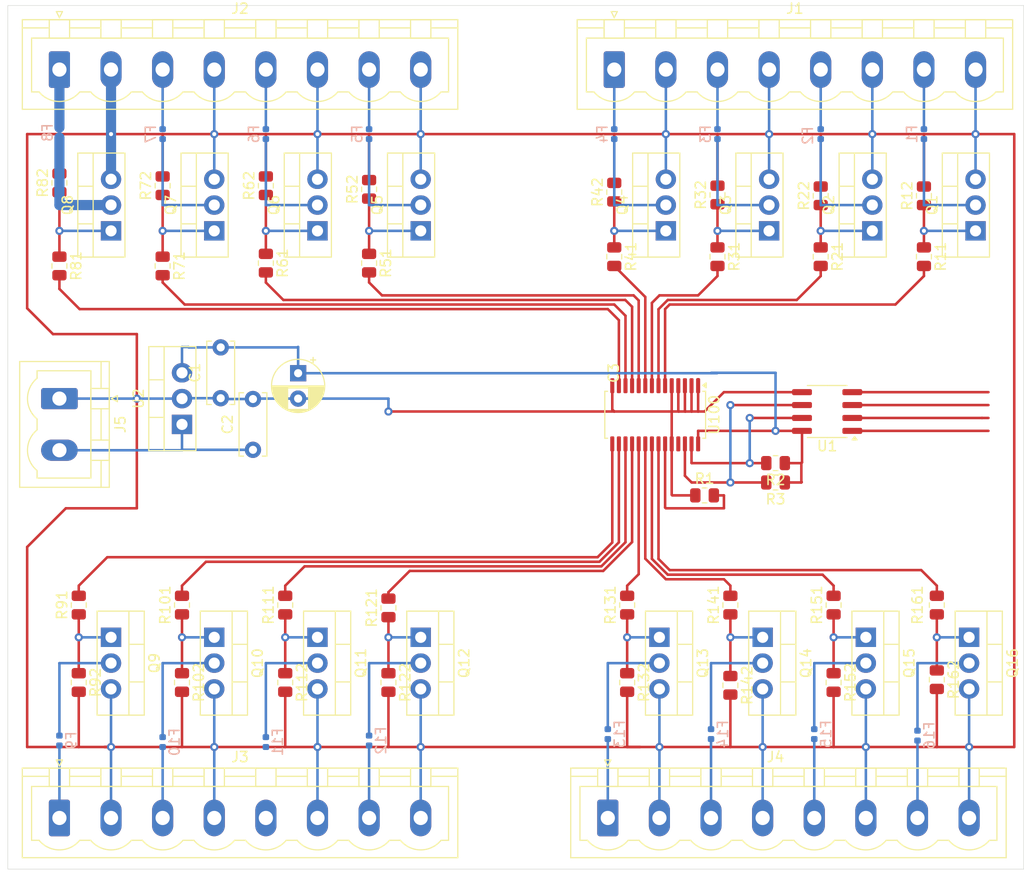
<source format=kicad_pcb>
(kicad_pcb (version 20240108) (generator "pcbnew") (generator_version "8.0")
  (layers (0 "F.Cu" signal) (31 "B.Cu" signal) (34 "B.Paste" user) (35 "F.Paste" user) (36 "B.SilkS" user "B.Silkscreen") (37 "F.SilkS" user "F.Silkscreen") (38 "B.Mask" user) (39 "F.Mask" user) (44 "Edge.Cuts" user))
  (net 0 "")
  (net 1 "GND_LED")
  (net 2 "Net-(J1-Pin_5)")
  (net 3 "Net-(J1-Pin_7)")
  (net 4 "Net-(J1-Pin_1)")
  (net 5 "Net-(J1-Pin_3)")
  (net 6 "Net-(J2-Pin_5)")
  (net 7 "Net-(J2-Pin_7)")
  (net 8 "Net-(J3-Pin_5)")
  (net 9 "Net-(J3-Pin_7)")
  (net 10 "Net-(J3-Pin_3)")
  (net 11 "Net-(J3-Pin_1)")
  (net 12 "Net-(J4-Pin_5)")
  (net 13 "Net-(J4-Pin_3)")
  (net 14 "Net-(J4-Pin_7)")
  (net 15 "Net-(J4-Pin_1)")
  (net 16 "Net-(Q1-D)")
  (net 17 "SDA_µC")
  (net 18 "SCL_µC")
  (net 19 "Net-(Q1-G)")
  (net 20 "GND_µC")
  (net 21 "Net-(Q2-D)")
  (net 22 "Net-(Q2-G)")
  (net 23 "Net-(Q3-D)")
  (net 24 "Net-(Q3-G)")
  (net 25 "Net-(Q4-D)")
  (net 26 "Net-(Q4-G)")
  (net 27 "Net-(Q5-G)")
  (net 28 "Net-(Q5-D)")
  (net 29 "Net-(Q6-D)")
  (net 30 "Net-(Q6-G)")
  (net 31 "Net-(Q7-G)")
  (net 32 "Net-(Q8-G)")
  (net 33 "Net-(Q9-G)")
  (net 34 "Net-(Q10-G)")
  (net 35 "Net-(U100-~{OE})")
  (net 36 "Net-(Q11-G)")
  (net 37 "Net-(Q12-G)")
  (net 38 "Net-(Q13-D)")
  (net 39 "Net-(Q13-G)")
  (net 40 "Net-(Q14-G)")
  (net 41 "Net-(Q14-D)")
  (net 42 "Net-(Q15-D)")
  (net 43 "Net-(Q15-G)")
  (net 44 "Net-(Q16-D)")
  (net 45 "Net-(Q16-G)")
  (net 46 "Net-(U100-LED0)")
  (net 47 "Net-(U100-LED1)")
  (net 48 "Net-(U100-LED2)")
  (net 49 "Net-(U100-LED3)")
  (net 50 "Net-(U100-LED4)")
  (net 51 "Net-(U100-LED5)")
  (net 52 "Net-(U100-LED6)")
  (net 53 "Net-(U100-LED7)")
  (net 54 "Net-(U100-LED8)")
  (net 55 "Net-(U100-LED9)")
  (net 56 "Net-(U100-LED10)")
  (net 57 "Net-(U100-LED11)")
  (net 58 "Net-(U100-LED12)")
  (net 59 "Net-(U100-LED13)")
  (net 60 "Net-(U100-LED14)")
  (net 61 "Net-(U100-LED15)")
  (net 63 "Net-(U1-SDA2)")
  (net 64 "Net-(Q9-D)")
  (net 65 "Net-(Q10-D)")
  (net 66 "Net-(Q11-D)")
  (net 67 "Net-(Q12-D)")
  (net 68 "Net-(U1-VDD2)")
  (net 69 "Net-(U1-SCL2)")
  (net 70 "V+_µC")
  (net 71 "Net-(J5-Pin_2)")
  (footprint "Resistor_SMD:R_0805_2012Metric" (layer "F.Cu") (at 102.87 84.0975 -90)
    (property "Reference" "R81")
    (property "Value" "R")
  )
  (footprint "Resistor_SMD:R_0805_2012Metric" (layer "F.Cu") (at 168.91 117.475 90)
    (property "Reference" "R141")
    (property "Value" "R")
  )
  (footprint "Resistor_SMD:R_0805_2012Metric" (layer "F.Cu") (at 113.03 84.0975 -90)
    (property "Reference" "R71")
    (property "Value" "R")
  )
  (footprint "Resistor_SMD:R_0805_2012Metric" (layer "F.Cu") (at 187.96 77.1925 90)
    (property "Reference" "R12")
    (property "Value" "R")
  )
  (footprint "Resistor_SMD:R_0805_2012Metric" (layer "F.Cu") (at 167.64 83.185 -90)
    (property "Reference" "R31")
    (property "Value" "R")
  )
  (footprint "Capacitor_THT:CP_Radial_D5.0mm_P2.50mm" (layer "F.Cu") (at 126.365 94.655 -90)
    (property "Reference" "C3")
    (property "Value" "100µF")
  )
  (footprint "Connector_Phoenix_MSTB:PhoenixContact_MSTBVA_2,5_8-G-5,08_1x08_P5.08mm_Vertical" (layer "F.Cu") (at 156.845 138.43)
    (property "Reference" "J4")
    (property "Value" "Conn_01x08")
  )
  (footprint "Resistor_SMD:R_0805_2012Metric" (layer "F.Cu") (at 168.91 125.3725 -90)
    (property "Reference" "R142")
    (property "Value" "R")
  )
  (footprint "Connector_Phoenix_MSTB:PhoenixContact_MSTBVA_2,5_2-G-5,08_1x02_P5.08mm_Vertical" (layer "F.Cu") (at 102.87 97.155 -90)
    (property "Reference" "J5")
    (property "Value" "Conn_01x02")
  )
  (footprint "Resistor_SMD:R_0805_2012Metric" (layer "F.Cu") (at 114.935 117.475 90)
    (property "Reference" "R101")
    (property "Value" "R")
  )
  (footprint "Connector_Phoenix_MSTB:PhoenixContact_MSTBVA_2,5_8-G-5,08_1x08_P5.08mm_Vertical" (layer "F.Cu") (at 157.48 64.77)
    (property "Reference" "J1")
    (property "Value" "Conn_01x08")
  )
  (footprint "Package_TO_SOT_THT:TO-220-3_Vertical" (layer "F.Cu") (at 192.405 120.65 -90)
    (property "Reference" "Q16")
    (property "Value" "IRF3205")
  )
  (footprint "Connector_Phoenix_MSTB:PhoenixContact_MSTBVA_2,5_8-G-5,08_1x08_P5.08mm_Vertical" (layer "F.Cu") (at 102.87 138.43)
    (property "Reference" "J3")
    (property "Value" "Conn_01x08")
  )
  (footprint "Resistor_SMD:R_0805_2012Metric" (layer "F.Cu") (at 125.095 117.475 90)
    (property "Reference" "R111")
    (property "Value" "R")
  )
  (footprint "Resistor_SMD:R_0805_2012Metric" (layer "F.Cu") (at 189.23 117.475 90)
    (property "Reference" "R161")
    (property "Value" "R")
  )
  (footprint "Resistor_SMD:R_0805_2012Metric" (layer "F.Cu") (at 157.48 76.835 90)
    (property "Reference" "R42")
    (property "Value" "R")
  )
  (footprint "Resistor_SMD:R_0805_2012Metric" (layer "F.Cu") (at 133.35 76.5575 90)
    (property "Reference" "R52")
    (property "Value" "R")
  )
  (footprint "Package_TO_SOT_THT:TO-220-3_Vertical" (layer "F.Cu") (at 128.27 120.65 -90)
    (property "Reference" "Q11")
    (property "Value" "IRF3205")
  )
  (footprint "Package_TO_SOT_THT:TO-220-3_Vertical" (layer "F.Cu") (at 118.11 80.645 90)
    (property "Reference" "Q7")
    (property "Value" "IRF3205")
  )
  (footprint "Resistor_SMD:R_0805_2012Metric" (layer "F.Cu") (at 179.07 117.475 90)
    (property "Reference" "R151")
    (property "Value" "R")
  )
  (footprint "Resistor_SMD:R_0805_2012Metric" (layer "F.Cu") (at 189.23 124.8175 -90)
    (property "Reference" "R162")
    (property "Value" "R")
  )
  (footprint "Resistor_SMD:R_0805_2012Metric" (layer "F.Cu") (at 135.255 125.095 -90)
    (property "Reference" "R122")
    (property "Value" "R")
  )
  (footprint "Resistor_SMD:R_0805_2012Metric" (layer "F.Cu") (at 125.095 125.095 -90)
    (property "Reference" "R112")
    (property "Value" "R")
  )
  (footprint "Resistor_SMD:R_0805_2012Metric" (layer "F.Cu") (at 157.48 83.185 -90)
    (property "Reference" "R41")
    (property "Value" "R")
  )
  (footprint "Package_TO_SOT_THT:TO-220-3_Vertical" (layer "F.Cu") (at 128.27 80.645 90)
    (property "Reference" "Q6")
    (property "Value" "IRF3205")
  )
  (footprint "Resistor_SMD:R_0805_2012Metric" (layer "F.Cu") (at 158.75 125.095 -90)
    (property "Reference" "R132")
    (property "Value" "R")
  )
  (footprint "Package_TO_SOT_THT:TO-220-3_Vertical" (layer "F.Cu") (at 138.43 80.645 90)
    (property "Reference" "Q5")
    (property "Value" "IRF3205")
  )
  (footprint "Resistor_SMD:R_0805_2012Metric" (layer "F.Cu") (at 113.03 76.2 90)
    (property "Reference" "R72")
    (property "Value" "R")
  )
  (footprint "Resistor_SMD:R_0805_2012Metric" (layer "F.Cu") (at 173.355 105.41 180)
    (property "Reference" "R3")
    (property "Value" "10k")
  )
  (footprint "Resistor_SMD:R_0805_2012Metric" (layer "F.Cu") (at 179.07 125.095 -90)
    (property "Reference" "R152")
    (property "Value" "R")
  )
  (footprint "Resistor_SMD:R_0805_2012Metric" (layer "F.Cu") (at 123.19 76.2 90)
    (property "Reference" "R62")
    (property "Value" "R")
  )
  (footprint "Connector_Phoenix_MSTB:PhoenixContact_MSTBVA_2,5_8-G-5,08_1x08_P5.08mm_Vertical" (layer "F.Cu") (at 102.87 64.77)
    (property "Reference" "J2")
    (property "Value" "Conn_01x08")
  )
  (footprint "Resistor_SMD:R_0805_2012Metric" (layer "F.Cu") (at 187.96 83.185 -90)
    (property "Reference" "R11")
    (property "Value" "R")
  )
  (footprint "Package_TO_SOT_THT:TO-220-3_Vertical" (layer "F.Cu") (at 193.04 80.645 90)
    (property "Reference" "Q1")
    (property "Value" "IRF3205")
  )
  (footprint "Package_TO_SOT_THT:TO-220-3_Vertical" (layer "F.Cu") (at 107.95 80.645 90)
    (property "Reference" "Q8")
    (property "Value" "IRF3205")
  )
  (footprint "Resistor_SMD:R_0805_2012Metric" (layer "F.Cu") (at 114.935 125.095 -90)
    (property "Reference" "R102")
    (property "Value" "R")
  )
  (footprint "Resistor_SMD:R_0805_2012Metric" (layer "F.Cu") (at 135.255 117.7525 90)
    (property "Reference" "R121")
    (property "Value" "R")
  )
  (footprint "Package_SO:TSSOP-28_4.4x9.7mm_P0.65mm" (layer "F.Cu") (at 161.51 98.7475 -90)
    (property "Reference" "U100")
    (property "Value" "PCA9685PW")
  )
  (footprint "Resistor_SMD:R_0805_2012Metric" (layer "F.Cu") (at 133.35 83.82 -90)
    (property "Reference" "R51")
    (property "Value" "R")
  )
  (footprint "Resistor_SMD:R_0805_2012Metric" (layer "F.Cu") (at 104.775 125.095 -90)
    (property "Reference" "R92")
    (property "Value" "R")
  )
  (footprint "Package_TO_SOT_THT:TO-220-3_Vertical" (layer "F.Cu") (at 162.56 80.645 90)
    (property "Reference" "Q4")
    (property "Value" "IRF3205")
  )
  (footprint "Resistor_SMD:R_0805_2012Metric" (layer "F.Cu") (at 177.8 83.185 -90)
    (property "Reference" "R21")
    (property "Value" "R")
  )
  (footprint "Resistor_SMD:R_0805_2012Metric" (layer "F.Cu") (at 166.37 106.68)
    (property "Reference" "R1")
    (property "Value" "R")
  )
  (footprint "Package_TO_SOT_THT:TO-220-3_Vertical" (layer "F.Cu") (at 118.11 120.65 -90)
    (property "Reference" "Q10")
    (property "Value" "IRF3205")
  )
  (footprint "Package_TO_SOT_THT:TO-220-3_Vertical" (layer "F.Cu") (at 172.085 120.65 -90)
    (property "Reference" "Q14")
    (property "Value" "IRF3205")
  )
  (footprint "Resistor_SMD:R_0805_2012Metric" (layer "F.Cu") (at 167.64 77.1125 90)
    (property "Reference" "R32")
    (property "Value" "R")
  )
  (footprint "Package_TO_SOT_THT:TO-220-3_Vertical" (layer "F.Cu") (at 107.95 120.65 -90)
    (property "Reference" "Q9")
    (property "Value" "IRF3205")
  )
  (footprint "Package_TO_SOT_THT:TO-220-3_Vertical" (layer "F.Cu") (at 138.43 120.65 -90)
    (property "Reference" "Q12")
    (property "Value" "IRF3205")
  )
  (footprint "Resistor_SMD:R_0805_2012Metric" (layer "F.Cu") (at 173.355 103.505 180)
    (property "Reference" "R2")
    (property "Value" "10k")
  )
  (footprint "Package_TO_SOT_THT:TO-220-3_Vertical" (layer "F.Cu") (at 182.88 80.645 90)
    (property "Reference" "Q2")
    (property "Value" "IRF3205")
  )
  (footprint "Capacitor_THT:C_Disc_D6.0mm_W2.5mm_P5.00mm" (layer "F.Cu") (at 121.92 102.195 90)
    (property "Reference" "C2")
    (property "Value" "0.33µF")
  )
  (footprint "Resistor_SMD:R_0805_2012Metric" (layer "F.Cu") (at 158.75 117.475 90)
    (property "Reference" "R131")
    (property "Value" "R")
  )
  (footprint "Package_TO_SOT_THT:TO-220-3_Vertical" (layer "F.Cu") (at 182.245 120.65 -90)
    (property "Reference" "Q15")
    (property "Value" "IRF3205")
  )
  (footprint "Package_TO_SOT_THT:TO-220-3_Vertical" (layer "F.Cu") (at 114.935 99.695 90)
    (property "Reference" "U2")
    (property "Value" "L7806")
  )
  (footprint "Package_TO_SOT_THT:TO-220-3_Vertical" (layer "F.Cu") (at 172.72 80.645 90)
    (property "Reference" "Q3")
    (property "Value" "IRF3205")
  )
  (footprint "Package_TO_SOT_THT:TO-220-3_Vertical" (layer "F.Cu") (at 161.925 120.65 -90)
    (property "Reference" "Q13")
    (property "Value" "IRF3205")
  )
  (footprint "Package_SO:SOIC-8_3.9x4.9mm_P1.27mm" (layer "F.Cu") (at 178.435 98.425 180)
    (property "Reference" "U1")
    (property "Value" "ADuM1250" (hide yes))
  )
  (footprint "Resistor_SMD:R_0805_2012Metric" (layer "F.Cu") (at 102.87 75.9225 90)
    (property "Reference" "R82")
    (property "Value" "R")
  )
  (footprint "Capacitor_THT:C_Disc_D6.0mm_W2.5mm_P5.00mm" (layer "F.Cu") (at 118.745 97.115 90)
    (property "Reference" "C1")
    (property "Value" "0.1µF")
  )
  (footprint "Resistor_SMD:R_0805_2012Metric" (layer "F.Cu") (at 104.775 117.475 90)
    (property "Reference" "R91")
    (property "Value" "R")
  )
  (footprint "Resistor_SMD:R_0805_2012Metric" (layer "F.Cu") (at 123.19 83.82 -90)
    (property "Reference" "R61")
    (property "Value" "R")
  )
  (footprint "Resistor_SMD:R_0805_2012Metric" (layer "F.Cu") (at 177.8 77.1925 90)
    (property "Reference" "R22")
    (property "Value" "R")
  )
  (footprint "Fuse:Fuse_0402_1005Metric" (layer "B.Cu") (at 123.19 130.96 90)
    (property "Reference" "F11")
    (property "Value" "Fuse")
  )
  (footprint "Fuse:Fuse_0402_1005Metric" (layer "B.Cu") (at 177.165 130.175 90)
    (property "Reference" "F15")
    (property "Value" "Fuse")
  )
  (footprint "Fuse:Fuse_0402_1005Metric" (layer "B.Cu") (at 187.96 71.12 -90)
    (property "Reference" "F1")
    (property "Value" "Fuse")
  )
  (footprint "Fuse:Fuse_0402_1005Metric" (layer "B.Cu") (at 167.005 130.175 90)
    (property "Reference" "F14")
    (property "Value" "Fuse")
  )
  (footprint "Fuse:Fuse_0402_1005Metric" (layer "B.Cu") (at 102.87 130.81 90)
    (property "Reference" "F9")
    (property "Value" "Fuse")
  )
  (footprint "Fuse:Fuse_0402_1005Metric" (layer "B.Cu") (at 102.87 70.97 -90)
    (property "Reference" "F8")
    (property "Value" "Fuse")
  )
  (footprint "Fuse:Fuse_0402_1005Metric" (layer "B.Cu") (at 167.64 71.12 -90)
    (property "Reference" "F3")
    (property "Value" "Fuse")
  )
  (footprint "Fuse:Fuse_0402_1005Metric" (layer "B.Cu") (at 113.03 130.96 90)
    (property "Reference" "F10")
    (property "Value" "Fuse")
  )
  (footprint "Fuse:Fuse_0402_1005Metric" (layer "B.Cu") (at 157.48 71.12 -90)
    (property "Reference" "F4")
    (property "Value" "Fuse")
  )
  (footprint "Fuse:Fuse_0402_1005Metric" (layer "B.Cu") (at 177.8 71.12 -90)
    (property "Reference" "F2")
    (property "Value" "Fuse")
  )
  (footprint "Fuse:Fuse_0402_1005Metric" (layer "B.Cu") (at 156.845 130.175 90)
    (property "Reference" "F13")
    (property "Value" "Fuse")
  )
  (footprint "Fuse:Fuse_0402_1005Metric" (layer "B.Cu") (at 187.325 130.325 90)
    (property "Reference" "F16")
    (property "Value" "Fuse")
  )
  (footprint "Fuse:Fuse_0402_1005Metric" (layer "B.Cu") (at 113.03 71.12 -90)
    (property "Reference" "F7")
    (property "Value" "Fuse")
  )
  (footprint "Fuse:Fuse_0402_1005Metric" (layer "B.Cu") (at 133.35 71.12 -90)
    (property "Reference" "F5")
    (property "Value" "Fuse")
  )
  (footprint "Fuse:Fuse_0402_1005Metric" (layer "B.Cu") (at 133.35 130.81 90)
    (property "Reference" "F12")
    (property "Value" "Fuse")
  )
  (footprint "Fuse:Fuse_0402_1005Metric" (layer "B.Cu") (at 123.19 71.12 -90)
    (property "Reference" "F6")
    (property "Value" "Fuse")
  )
  (gr_rect (start 97.79 58.465) (end 197.79 143.465) (stroke (width 0.05)) (fill none) (layer "Edge.Cuts"))
  (segment (start 102.87 71.12) (end 99.695 71.12) (width 0.25) (layer "F.Cu") (net 1))
  (segment (start 99.695 131.445) (end 104.775 131.445) (width 0.25) (layer "F.Cu") (net 1))
  (segment (start 99.695 71.12) (end 99.695 88.265) (width 0.25) (layer "F.Cu") (net 1))
  (segment (start 99.695 131.445) (end 99.695 111.76) (width 0.25) (layer "F.Cu") (net 1))
  (segment (start 157.48 98.425) (end 163.195 98.425) (width 0.25) (layer "F.Cu") (net 1))
  (segment (start 107.315 131.445) (end 114.935 131.445) (width 0.25) (layer "F.Cu") (net 1))
  (segment (start 163.135 98.365) (end 163.195 98.425) (width 0.25) (layer "F.Cu") (net 1))
  (segment (start 114.935 131.445) (end 125.095 131.445) (width 0.25) (layer "F.Cu") (net 1))
  (segment (start 157.48 75.9225) (end 157.48 71.12) (width 0.25) (layer "F.Cu") (net 1))
  (segment (start 196.85 131.445) (end 192.405 131.445) (width 0.25) (layer "F.Cu") (net 1))
  (segment (start 187.96 76.28) (end 187.96 71.12) (width 0.25) (layer "F.Cu") (net 1))
  (segment (start 107.95 131.445) (end 107.315 131.445) (width 0.25) (layer "F.Cu") (net 1))
  (segment (start 99.695 111.76) (end 103.505 107.95) (width 0.25) (layer "F.Cu") (net 1))
  (segment (start 163.135 101.61) (end 163.135 98.365) (width 0.25) (layer "F.Cu") (net 1))
  (segment (start 163.785 98.38) (end 163.83 98.425) (width 0.25) (layer "F.Cu") (net 1))
  (segment (start 113.03 71.12) (end 113.03 75.2875) (width 0.25) (layer "F.Cu") (net 1))
  (segment (start 163.135 101.61) (end 163.135 106.62) (width 0.25) (layer "F.Cu") (net 1))
  (segment (start 110.49 107.95) (end 110.49 97.155) (width 0.25) (layer "F.Cu") (net 1))
  (segment (start 133.35 71.12) (end 133.35 75.645) (width 0.25) (layer "F.Cu") (net 1))
  (segment (start 128.27 71.12) (end 133.35 71.12) (width 0.25) (layer "F.Cu") (net 1))
  (segment (start 168.91 126.285) (end 168.91 131.445) (width 0.25) (layer "F.Cu") (net 1))
  (segment (start 102.235 90.805) (end 110.49 90.805) (width 0.25) (layer "F.Cu") (net 1))
  (segment (start 107.95 71.12) (end 113.03 71.12) (width 0.25) (layer "F.Cu") (net 1))
  (segment (start 165.735 95.885) (end 165.735 95.25) (width 0.25) (layer "F.Cu") (net 1))
  (segment (start 135.255 131.445) (end 160.02 131.445) (width 0.25) (layer "F.Cu") (net 1))
  (segment (start 123.19 71.12) (end 123.19 75.2875) (width 0.25) (layer "F.Cu") (net 1))
  (segment (start 165.1 98.425) (end 164.465 98.425) (width 0.25) (layer "F.Cu") (net 1))
  (segment (start 165.085 98.41) (end 165.1 98.425) (width 0.25) (layer "F.Cu") (net 1))
  (segment (start 157.48 98.425) (end 135.255 98.425) (width 0.25) (layer "F.Cu") (net 1))
  (segment (start 157.285 95.885) (end 157.285 98.23) (width 0.25) (layer "F.Cu") (net 1))
  (segment (start 179.07 126.0075) (end 179.07 131.445) (width 0.25) (layer "F.Cu") (net 1))
  (segment (start 187.96 71.12) (end 177.8 71.12) (width 0.25) (layer "F.Cu") (net 1))
  (segment (start 163.135 106.62) (end 163.195 106.68) (width 0.25) (layer "F.Cu") (net 1))
  (segment (start 104.775 126.0075) (end 104.775 131.445) (width 0.25) (layer "F.Cu") (net 1))
  (segment (start 107.95 71.12) (end 102.87 71.12) (width 0.25) (layer "F.Cu") (net 1))
  (segment (start 179.07 131.445) (end 189.23 131.445) (width 0.25) (layer "F.Cu") (net 1))
  (segment (start 163.83 98.425) (end 163.195 98.425) (width 0.25) (layer "F.Cu") (net 1))
  (segment (start 102.87 71.12) (end 102.87 75.01) (width 0.25) (layer "F.Cu") (net 1))
  (segment (start 168.275 96.52) (end 175.96 96.52) (width 0.25) (layer "F.Cu") (net 1))
  (segment (start 110.49 90.805) (end 110.49 97.155) (width 0.25) (layer "F.Cu") (net 1))
  (segment (start 103.505 107.95) (end 109.855 107.95) (width 0.25) (layer "F.Cu") (net 1))
  (segment (start 128.27 71.12) (end 123.19 71.12) (width 0.25) (layer "F.Cu") (net 1))
  (segment (start 193.04 71.12) (end 187.96 71.12) (width 0.25) (layer "F.Cu") (net 1))
  (segment (start 125.095 126.0075) (end 125.095 131.445) (width 0.25) (layer "F.Cu") (net 1))
  (segment (start 157.48 71.12) (end 138.43 71.12) (width 0.25) (layer "F.Cu") (net 1))
  (segment (start 165.085 95.885) (end 165.085 98.41) (width 0.25) (layer "F.Cu") (net 1))
  (segment (start 114.935 126.0075) (end 114.935 131.445) (width 0.25) (layer "F.Cu") (net 1))
  (segment (start 166.37 98.425) (end 168.275 96.52) (width 0.25) (layer "F.Cu") (net 1))
  (segment (start 177.8 71.12) (end 167.64 71.12) (width 0.25) (layer "F.Cu") (net 1))
  (segment (start 165.735 95.25) (end 165.735 98.425) (width 0.25) (layer "F.Cu") (net 1))
  (segment (start 118.11 71.12) (end 123.19 71.12) (width 0.25) (layer "F.Cu") (net 1))
  (segment (start 163.785 95.885) (end 163.785 98.38) (width 0.25) (layer "F.Cu") (net 1))
  (segment (start 167.64 71.12) (end 157.48 71.12) (width 0.25) (layer "F.Cu") (net 1))
  (segment (start 109.855 107.95) (end 110.49 107.95) (width 0.25) (layer "F.Cu") (net 1))
  (segment (start 135.255 126.0075) (end 135.255 131.445) (width 0.25) (layer "F.Cu") (net 1))
  (segment (start 193.04 71.12) (end 196.85 71.12) (width 0.25) (layer "F.Cu") (net 1))
  (segment (start 177.8 76.28) (end 177.8 71.12) (width 0.25) (layer "F.Cu") (net 1))
  (segment (start 163.135 95.885) (end 163.135 98.365) (width 0.25) (layer "F.Cu") (net 1))
  (segment (start 165.735 98.425) (end 166.37 98.425) (width 0.25) (layer "F.Cu") (net 1))
  (segment (start 189.23 125.73) (end 189.23 131.445) (width 0.25) (layer "F.Cu") (net 1))
  (segment (start 164.435 95.885) (end 164.435 98.395) (width 0.25) (layer "F.Cu") (net 1))
  (segment (start 125.095 131.445) (end 135.255 131.445) (width 0.25) (layer "F.Cu") (net 1))
  (segment (start 157.285 98.23) (end 157.48 98.425) (width 0.25) (layer "F.Cu") (net 1))
  (segment (start 99.695 88.265) (end 102.235 90.805) (width 0.25) (layer "F.Cu") (net 1))
  (segment (start 165.735 98.425) (end 165.1 98.425) (width 0.25) (layer "F.Cu") (net 1))
  (segment (start 138.43 71.12) (end 133.35 71.12) (width 0.25) (layer "F.Cu") (net 1))
  (segment (start 163.195 106.68) (end 165.4575 106.68) (width 0.25) (layer "F.Cu") (net 1))
  (segment (start 164.435 98.395) (end 164.465 98.425) (width 0.25) (layer "F.Cu") (net 1))
  (segment (start 196.85 71.12) (end 196.85 131.445) (width 0.25) (layer "F.Cu") (net 1))
  (segment (start 168.91 131.445) (end 179.07 131.445) (width 0.25) (layer "F.Cu") (net 1))
  (segment (start 158.75 126.0075) (end 158.75 131.445) (width 0.25) (layer "F.Cu") (net 1))
  (segment (start 164.465 98.425) (end 163.83 98.425) (width 0.25) (layer "F.Cu") (net 1))
  (segment (start 104.775 131.445) (end 107.95 131.445) (width 0.25) (layer "F.Cu") (net 1))
  (segment (start 167.64 76.2) (end 167.64 71.12) (width 0.25) (layer "F.Cu") (net 1))
  (segment (start 158.75 131.445) (end 168.91 131.445) (width 0.25) (layer "F.Cu") (net 1))
  (segment (start 189.23 131.445) (end 192.405 131.445) (width 0.25) (layer "F.Cu") (net 1))
  (segment (start 118.11 71.12) (end 113.03 71.12) (width 0.25) (layer "F.Cu") (net 1))
  (via (at 118.11 71.12) (size 0.8) (drill 0.4) (layers "F.Cu" "B.Cu") (net 1))
  (via (at 138.43 71.12) (size 0.8) (drill 0.4) (layers "F.Cu" "B.Cu") (net 1))
  (via (at 182.88 71.12) (size 0.8) (drill 0.4) (layers "F.Cu" "B.Cu") (net 1))
  (via (at 182.245 131.445) (size 0.8) (drill 0.4) (layers "F.Cu" "B.Cu") (net 1))
  (via (at 162.56 71.12) (size 0.8) (drill 0.4) (layers "F.Cu" "B.Cu") (net 1))
  (via (at 172.72 71.12) (size 0.8) (drill 0.4) (layers "F.Cu" "B.Cu") (net 1))
  (via (at 135.255 98.425) (size 0.8) (drill 0.4) (layers "F.Cu" "B.Cu") (net 1))
  (via (at 193.04 71.12) (size 0.8) (drill 0.4) (layers "F.Cu" "B.Cu") (net 1))
  (via (at 138.43 131.445) (size 0.8) (drill 0.4) (layers "F.Cu" "B.Cu") (net 1))
  (via (at 118.11 131.445) (size 0.8) (drill 0.4) (layers "F.Cu" "B.Cu") (net 1))
  (via (at 107.95 71.12) (size 0.8) (drill 0.4) (layers "F.Cu" "B.Cu") (net 1))
  (via (at 172.085 131.445) (size 0.8) (drill 0.4) (layers "F.Cu" "B.Cu") (net 1))
  (via (at 110.49 97.155) (size 0.8) (drill 0.4) (layers "F.Cu" "B.Cu") (net 1))
  (via (at 128.27 71.12) (size 0.8) (drill 0.4) (layers "F.Cu" "B.Cu") (net 1))
  (via (at 107.95 131.445) (size 0.8) (drill 0.4) (layers "F.Cu" "B.Cu") (net 1))
  (via (at 192.405 131.445) (size 0.8) (drill 0.4) (layers "F.Cu" "B.Cu") (net 1))
  (via (at 128.27 131.445) (size 0.8) (drill 0.4) (layers "F.Cu" "B.Cu") (net 1))
  (via (at 161.925 131.445) (size 0.8) (drill 0.4) (layers "F.Cu" "B.Cu") (net 1))
  (segment (start 128.27 125.73) (end 128.27 131.445) (width 0.25) (layer "B.Cu") (net 1))
  (segment (start 138.43 131.445) (end 138.43 138.43) (width 0.25) (layer "B.Cu") (net 1))
  (segment (start 126.365 97.155) (end 135.255 97.155) (width 0.25) (layer "B.Cu") (net 1))
  (segment (start 110.49 97.155) (end 114.935 97.155) (width 0.25) (layer "B.Cu") (net 1))
  (segment (start 135.255 97.155) (end 135.255 98.425) (width 0.25) (layer "B.Cu") (net 1))
  (segment (start 192.405 137.795) (end 192.405 131.445) (width 0.25) (layer "B.Cu") (net 1))
  (segment (start 118.11 71.12) (end 118.11 75.565) (width 0.25) (layer "B.Cu") (net 1))
  (segment (start 182.88 64.77) (end 182.88 71.12) (width 0.25) (layer "B.Cu") (net 1))
  (segment (start 118.11 125.73) (end 118.11 131.445) (width 0.25) (layer "B.Cu") (net 1))
  (segment (start 138.43 75.565) (end 138.43 71.12) (width 0.25) (layer "B.Cu") (net 1))
  (segment (start 118.11 131.445) (end 118.11 138.43) (width 0.25) (layer "B.Cu") (net 1))
  (segment (start 107.95 71.12) (end 107.95 75.565) (width 1) (layer "B.Cu") (net 1))
  (segment (start 107.95 78.105) (end 102.87 78.105) (width 1) (layer "B.Cu") (net 1))
  (segment (start 107.95 131.445) (end 107.95 138.43) (width 0.25) (layer "B.Cu") (net 1))
  (segment (start 102.87 78.105) (end 102.87 71.455) (width 1) (layer "B.Cu") (net 1))
  (segment (start 128.27 131.445) (end 128.27 138.43) (width 0.25) (layer "B.Cu") (net 1))
  (segment (start 161.925 131.445) (end 161.925 126.055) (width 0.25) (layer "B.Cu") (net 1))
  (segment (start 138.43 71.12) (end 138.43 64.77) (width 0.25) (layer "B.Cu") (net 1))
  (segment (start 182.88 71.12) (end 182.88 75.565) (width 0.25) (layer "B.Cu") (net 1))
  (segment (start 172.085 125.73) (end 172.085 131.445) (width 0.25) (layer "B.Cu") (net 1))
  (segment (start 161.925 126.055) (end 162.25 125.73) (width 0.25) (layer "B.Cu") (net 1))
  (segment (start 128.27 64.77) (end 128.27 71.12) (width 0.25) (layer "B.Cu") (net 1))
  (segment (start 121.96 97.155) (end 121.92 97.195) (width 0.25) (layer "B.Cu") (net 1))
  (segment (start 121.92 97.195) (end 118.825 97.195) (width 0.25) (layer "B.Cu") (net 1))
  (segment (start 128.27 71.12) (end 128.27 75.565) (width 0.25) (layer "B.Cu") (net 1))
  (segment (start 138.43 125.73) (end 138.43 131.445) (width 0.25) (layer "B.Cu") (net 1))
  (segment (start 172.72 71.12) (end 172.72 75.565) (width 0.25) (layer "B.Cu") (net 1))
  (segment (start 102.87 70.485) (end 102.87 64.77) (width 1) (layer "B.Cu") (net 1))
  (segment (start 162.56 64.77) (end 162.56 71.12) (width 0.25) (layer "B.Cu") (net 1))
  (segment (start 118.11 64.77) (end 118.11 71.12) (width 0.25) (layer "B.Cu") (net 1))
  (segment (start 118.825 97.195) (end 118.745 97.115) (width 0.25) (layer "B.Cu") (net 1))
  (segment (start 126.365 97.155) (end 121.96 97.155) (width 0.25) (layer "B.Cu") (net 1))
  (segment (start 107.95 64.77) (end 107.95 71.12) (width 1) (layer "B.Cu") (net 1))
  (segment (start 161.925 137.795) (end 161.925 131.445) (width 0.25) (layer "B.Cu") (net 1))
  (segment (start 172.085 131.445) (end 172.085 137.795) (width 0.25) (layer "B.Cu") (net 1))
  (segment (start 182.245 131.445) (end 182.245 125.73) (width 0.25) (layer "B.Cu") (net 1))
  (segment (start 192.405 131.445) (end 192.405 125.73) (width 0.25) (layer "B.Cu") (net 1))
  (segment (start 114.975 97.115) (end 114.935 97.155) (width 0.25) (layer "B.Cu") (net 1))
  (segment (start 113.03 71.605) (end 113.03 78.105) (width 0.25) (layer "B.Cu") (net 1))
  (segment (start 113.03 78.105) (end 118.11 78.105) (width 0.25) (layer "B.Cu") (net 1))
  (segment (start 172.72 64.77) (end 172.72 71.12) (width 0.25) (layer "B.Cu") (net 1))
  (segment (start 182.245 137.795) (end 182.245 131.445) (width 0.25) (layer "B.Cu") (net 1))
  (segment (start 193.04 71.12) (end 193.04 75.565) (width 0.25) (layer "B.Cu") (net 1))
  (segment (start 107.95 125.73) (end 107.95 131.445) (width 0.25) (layer "B.Cu") (net 1))
  (segment (start 193.04 64.77) (end 193.04 71.12) (width 0.25) (layer "B.Cu") (net 1))
  (segment (start 113.03 70.635) (end 113.03 64.77) (width 0.25) (layer "B.Cu") (net 1))
  (segment (start 118.745 97.115) (end 114.975 97.115) (width 0.25) (layer "B.Cu") (net 1))
  (segment (start 110.49 97.155) (end 102.87 97.155) (width 0.25) (layer "B.Cu") (net 1))
  (segment (start 172.085 137.795) (end 172.41 137.47) (width 0.25) (layer "B.Cu") (net 1))
  (segment (start 162.56 71.12) (end 162.56 75.565) (width 0.25) (layer "B.Cu") (net 1))
  (segment (start 177.8 64.77) (end 177.8 70.635) (width 0.25) (layer "B.Cu") (net 2))
  (segment (start 187.96 64.77) (end 187.96 70.635) (width 0.25) (layer "B.Cu") (net 3))
  (segment (start 157.48 64.77) (end 157.48 70.635) (width 0.25) (layer "B.Cu") (net 4))
  (segment (start 167.64 64.77) (end 167.64 70.635) (width 0.25) (layer "B.Cu") (net 5))
  (segment (start 123.19 70.635) (end 123.19 64.77) (width 0.25) (layer "B.Cu") (net 6))
  (segment (start 133.35 64.77) (end 133.35 70.485) (width 0.25) (layer "B.Cu") (net 7))
  (segment (start 133.35 138.43) (end 133.35 131.445) (width 0.25) (layer "B.Cu") (net 9))
  (segment (start 113.03 138.43) (end 113.03 131.445) (width 0.25) (layer "B.Cu") (net 10))
  (segment (start 102.87 131.295) (end 102.87 138.43) (width 0.25) (layer "B.Cu") (net 11))
  (segment (start 177.165 130.66) (end 177.165 137.795) (width 0.25) (layer "B.Cu") (net 12))
  (segment (start 167.005 137.795) (end 167.005 130.66) (width 0.25) (layer "B.Cu") (net 13))
  (segment (start 187.325 130.81) (end 187.325 137.795) (width 0.25) (layer "B.Cu") (net 14))
  (segment (start 156.845 137.795) (end 156.845 130.66) (width 0.25) (layer "B.Cu") (net 15))
  (segment (start 187.96 71.605) (end 187.96 78.105) (width 0.25) (layer "B.Cu") (net 16))
  (segment (start 187.96 78.105) (end 193.04 78.105) (width 0.25) (layer "B.Cu") (net 16))
  (segment (start 180.91 99.06) (end 193.675 99.06) (width 0.25) (layer "F.Cu") (net 17))
  (segment (start 193.675 99.06) (end 194.31 99.06) (width 0.25) (layer "F.Cu") (net 17))
  (segment (start 180.91 97.79) (end 194.31 97.79) (width 0.25) (layer "F.Cu") (net 18))
  (segment (start 187.96 78.105) (end 187.96 80.645) (width 0.25) (layer "F.Cu") (net 19))
  (segment (start 187.96 80.645) (end 187.96 82.2725) (width 0.25) (layer "F.Cu") (net 19))
  (via (at 187.96 80.645) (size 0.8) (drill 0.4) (layers "F.Cu" "B.Cu") (net 19))
  (segment (start 193.04 80.645) (end 187.96 80.645) (width 0.25) (layer "B.Cu") (net 19))
  (segment (start 180.91 96.52) (end 194.31 96.52) (width 0.25) (layer "F.Cu") (net 20))
  (segment (start 177.8 71.605) (end 177.8 78.105) (width 0.25) (layer "B.Cu") (net 21))
  (segment (start 177.8 78.105) (end 182.88 78.105) (width 0.25) (layer "B.Cu") (net 21))
  (segment (start 177.8 78.105) (end 177.8 82.2725) (width 0.25) (layer "F.Cu") (net 22))
  (via (at 177.8 80.645) (size 0.8) (drill 0.4) (layers "F.Cu" "B.Cu") (net 22))
  (segment (start 182.88 80.645) (end 177.8 80.645) (width 0.25) (layer "B.Cu") (net 22))
  (segment (start 172.72 78.105) (end 167.64 78.105) (width 0.25) (layer "B.Cu") (net 23))
  (segment (start 167.64 78.105) (end 167.64 71.605) (width 0.25) (layer "B.Cu") (net 23))
  (segment (start 167.64 78.025) (end 167.64 82.2725) (width 0.25) (layer "F.Cu") (net 24))
  (via (at 167.64 80.645) (size 0.8) (drill 0.4) (layers "F.Cu" "B.Cu") (net 24))
  (segment (start 172.72 80.645) (end 167.64 80.645) (width 0.25) (layer "B.Cu") (net 24))
  (segment (start 157.48 78.105) (end 162.56 78.105) (width 0.25) (layer "B.Cu") (net 25))
  (segment (start 157.48 71.605) (end 157.48 78.105) (width 0.25) (layer "B.Cu") (net 25))
  (segment (start 157.48 77.7475) (end 157.48 82.2725) (width 0.25) (layer "F.Cu") (net 26))
  (via (at 157.48 80.645) (size 0.8) (drill 0.4) (layers "F.Cu" "B.Cu") (net 26))
  (segment (start 162.56 80.645) (end 157.48 80.645) (width 0.25) (layer "B.Cu") (net 26))
  (segment (start 133.35 77.47) (end 133.35 82.9075) (width 0.25) (layer "F.Cu") (net 27))
  (via (at 133.35 80.645) (size 0.8) (drill 0.4) (layers "F.Cu" "B.Cu") (net 27))
  (segment (start 138.43 80.645) (end 133.35 80.645) (width 0.25) (layer "B.Cu") (net 27))
  (segment (start 133.35 78.105) (end 138.43 78.105) (width 0.25) (layer "B.Cu") (net 28))
  (segment (start 133.35 71.605) (end 133.35 78.105) (width 0.25) (layer "B.Cu") (net 28))
  (segment (start 123.19 78.105) (end 123.19 71.605) (width 0.25) (layer "B.Cu") (net 29))
  (segment (start 128.27 78.105) (end 123.19 78.105) (width 0.25) (layer "B.Cu") (net 29))
  (segment (start 123.19 77.1125) (end 123.19 82.9075) (width 0.25) (layer "F.Cu") (net 30))
  (via (at 123.19 80.645) (size 0.8) (drill 0.4) (layers "F.Cu" "B.Cu") (net 30))
  (segment (start 128.27 80.645) (end 123.19 80.645) (width 0.25) (layer "B.Cu") (net 30))
  (segment (start 113.03 83.185) (end 113.03 77.1125) (width 0.25) (layer "F.Cu") (net 31))
  (via (at 113.03 80.645) (size 0.8) (drill 0.4) (layers "F.Cu" "B.Cu") (net 31))
  (segment (start 118.11 80.645) (end 113.03 80.645) (width 0.25) (layer "B.Cu") (net 31))
  (segment (start 102.87 76.835) (end 102.87 83.185) (width 0.25) (layer "F.Cu") (net 32))
  (via (at 102.87 80.645) (size 0.8) (drill 0.4) (layers "F.Cu" "B.Cu") (net 32))
  (segment (start 107.95 80.645) (end 102.87 80.645) (width 0.25) (layer "B.Cu") (net 32))
  (segment (start 104.775 124.1825) (end 104.775 118.3875) (width 0.25) (layer "F.Cu") (net 33))
  (via (at 104.775 120.65) (size 0.8) (drill 0.4) (layers "F.Cu" "B.Cu") (net 33))
  (segment (start 107.95 120.65) (end 104.775 120.65) (width 0.25) (layer "B.Cu") (net 33))
  (segment (start 114.935 118.3875) (end 114.935 124.1825) (width 0.25) (layer "F.Cu") (net 34))
  (via (at 114.935 120.65) (size 0.8) (drill 0.4) (layers "F.Cu" "B.Cu") (net 34))
  (segment (start 118.11 120.65) (end 114.935 120.65) (width 0.25) (layer "B.Cu") (net 34))
  (segment (start 167.2825 106.68) (end 168.275 106.68) (width 0.25) (layer "F.Cu") (net 35))
  (segment (start 162.56 107.95) (end 162.485 107.875) (width 0.25) (layer "F.Cu") (net 35))
  (segment (start 168.275 106.68) (end 168.275 107.95) (width 0.25) (layer "F.Cu") (net 35))
  (segment (start 168.275 107.95) (end 162.56 107.95) (width 0.25) (layer "F.Cu") (net 35))
  (segment (start 162.485 107.875) (end 162.485 101.61) (width 0.25) (layer "F.Cu") (net 35))
  (segment (start 125.095 124.1825) (end 125.095 118.3875) (width 0.25) (layer "F.Cu") (net 36))
  (via (at 125.095 120.65) (size 0.8) (drill 0.4) (layers "F.Cu" "B.Cu") (net 36))
  (segment (start 128.27 120.65) (end 125.095 120.65) (width 0.25) (layer "B.Cu") (net 36))
  (segment (start 135.255 118.665) (end 135.255 124.1825) (width 0.25) (layer "F.Cu") (net 37))
  (via (at 135.255 120.65) (size 0.8) (drill 0.4) (layers "F.Cu" "B.Cu") (net 37))
  (segment (start 138.43 120.65) (end 135.255 120.65) (width 0.25) (layer "B.Cu") (net 37))
  (segment (start 161.925 123.19) (end 156.845 123.19) (width 0.25) (layer "B.Cu") (net 38))
  (segment (start 156.845 123.19) (end 156.845 129.69) (width 0.25) (layer "B.Cu") (net 38))
  (segment (start 158.75 118.3875) (end 158.75 124.1825) (width 0.25) (layer "F.Cu") (net 39))
  (via (at 158.75 120.65) (size 0.8) (drill 0.4) (layers "F.Cu" "B.Cu") (net 39))
  (segment (start 161.925 120.65) (end 158.75 120.65) (width 0.25) (layer "B.Cu") (net 39))
  (segment (start 168.91 118.3875) (end 168.91 124.46) (width 0.25) (layer "F.Cu") (net 40))
  (via (at 168.91 120.65) (size 0.8) (drill 0.4) (layers "F.Cu" "B.Cu") (net 40))
  (segment (start 172.085 120.65) (end 168.91 120.65) (width 0.25) (layer "B.Cu") (net 40))
  (segment (start 167.005 129.69) (end 167.005 123.19) (width 0.25) (layer "B.Cu") (net 41))
  (segment (start 167.005 123.19) (end 172.085 123.19) (width 0.25) (layer "B.Cu") (net 41))
  (segment (start 177.165 123.19) (end 177.165 129.69) (width 0.25) (layer "B.Cu") (net 42))
  (segment (start 182.245 123.19) (end 177.165 123.19) (width 0.25) (layer "B.Cu") (net 42))
  (segment (start 179.07 118.3875) (end 179.07 124.1825) (width 0.25) (layer "F.Cu") (net 43))
  (via (at 179.07 120.65) (size 0.8) (drill 0.4) (layers "F.Cu" "B.Cu") (net 43))
  (segment (start 182.245 120.65) (end 179.07 120.65) (width 0.25) (layer "B.Cu") (net 43))
  (segment (start 187.325 129.84) (end 187.325 123.19) (width 0.25) (layer "B.Cu") (net 44))
  (segment (start 187.325 123.19) (end 192.405 123.19) (width 0.25) (layer "B.Cu") (net 44))
  (segment (start 189.23 118.3875) (end 189.23 123.905) (width 0.25) (layer "F.Cu") (net 45))
  (via (at 189.23 120.65) (size 0.8) (drill 0.4) (layers "F.Cu" "B.Cu") (net 45))
  (segment (start 192.405 120.65) (end 189.23 120.65) (width 0.25) (layer "B.Cu") (net 45))
  (segment (start 162.931396 87.895) (end 185.155 87.895) (width 0.25) (layer "F.Cu") (net 46))
  (segment (start 187.96 85.09) (end 187.96 84.0975) (width 0.25) (layer "F.Cu") (net 46))
  (segment (start 162.485 88.341396) (end 162.931396 87.895) (width 0.25) (layer "F.Cu") (net 46))
  (segment (start 162.485 95.885) (end 162.485 88.341396) (width 0.25) (layer "F.Cu") (net 46))
  (segment (start 185.155 87.895) (end 187.96 85.09) (width 0.25) (layer "F.Cu") (net 46))
  (segment (start 161.835 88.355) (end 162.745 87.445) (width 0.25) (layer "F.Cu") (net 47))
  (segment (start 177.8 85.09) (end 177.8 84.0975) (width 0.25) (layer "F.Cu") (net 47))
  (segment (start 162.745 87.445) (end 175.445 87.445) (width 0.25) (layer "F.Cu") (net 47))
  (segment (start 175.445 87.445) (end 177.8 85.09) (width 0.25) (layer "F.Cu") (net 47))
  (segment (start 161.835 95.885) (end 161.835 88.355) (width 0.25) (layer "F.Cu") (net 47))
  (segment (start 161.185 95.885) (end 161.185 87.735) (width 0.25) (layer "F.Cu") (net 48))
  (segment (start 161.185 87.735) (end 161.925 86.995) (width 0.25) (layer "F.Cu") (net 48))
  (segment (start 167.64 85.09) (end 167.64 84.0975) (width 0.25) (layer "F.Cu") (net 48))
  (segment (start 161.925 86.995) (end 165.735 86.995) (width 0.25) (layer "F.Cu") (net 48))
  (segment (start 165.735 86.995) (end 167.64 85.09) (width 0.25) (layer "F.Cu") (net 48))
  (segment (start 160.535 87.1525) (end 157.48 84.0975) (width 0.25) (layer "F.Cu") (net 49))
  (segment (start 160.535 95.885) (end 160.535 87.1525) (width 0.25) (layer "F.Cu") (net 49))
  (segment (start 134.62 86.995) (end 159.385 86.995) (width 0.25) (layer "F.Cu") (net 50))
  (segment (start 159.385 86.995) (end 159.885 87.495) (width 0.25) (layer "F.Cu") (net 50))
  (segment (start 159.885 87.495) (end 159.885 95.885) (width 0.25) (layer "F.Cu") (net 50))
  (segment (start 133.35 84.7325) (end 133.35 85.725) (width 0.25) (layer "F.Cu") (net 50))
  (segment (start 133.35 85.725) (end 134.62 86.995) (width 0.25) (layer "F.Cu") (net 50))
  (segment (start 159.235 88.115) (end 159.235 95.885) (width 0.25) (layer "F.Cu") (net 51))
  (segment (start 158.565 87.445) (end 159.235 88.115) (width 0.25) (layer "F.Cu") (net 51))
  (segment (start 123.19 85.725) (end 124.91 87.445) (width 0.25) (layer "F.Cu") (net 51))
  (segment (start 123.19 84.7325) (end 123.19 85.725) (width 0.25) (layer "F.Cu") (net 51))
  (segment (start 124.91 87.445) (end 158.565 87.445) (width 0.25) (layer "F.Cu") (net 51))
  (segment (start 158.585 89) (end 158.585 95.885) (width 0.25) (layer "F.Cu") (net 52))
  (segment (start 113.03 85.01) (end 113.03 85.725) (width 0.25) (layer "F.Cu") (net 52))
  (segment (start 115.2 87.895) (end 157.48 87.895) (width 0.25) (layer "F.Cu") (net 52))
  (segment (start 157.48 87.895) (end 158.585 89) (width 0.25) (layer "F.Cu") (net 52))
  (segment (start 113.03 85.725) (end 115.2 87.895) (width 0.25) (layer "F.Cu") (net 52))
  (segment (start 156.845 88.345) (end 157.935 89.435) (width 0.25) (layer "F.Cu") (net 53))
  (segment (start 157.935 89.435) (end 157.935 95.885) (width 0.25) (layer "F.Cu") (net 53))
  (segment (start 102.87 85.01) (end 102.87 86.36) (width 0.25) (layer "F.Cu") (net 53))
  (segment (start 102.87 86.36) (end 104.855 88.345) (width 0.25) (layer "F.Cu") (net 53))
  (segment (start 104.855 88.345) (end 156.845 88.345) (width 0.25) (layer "F.Cu") (net 53))
  (segment (start 107.58 112.765) (end 155.835812 112.765) (width 0.25) (layer "F.Cu") (net 54))
  (segment (start 157.285 111.315812) (end 157.285 101.61) (width 0.25) (layer "F.Cu") (net 54))
  (segment (start 104.775 115.57) (end 107.58 112.765) (width 0.25) (layer "F.Cu") (net 54))
  (segment (start 155.835812 112.765) (end 157.285 111.315812) (width 0.25) (layer "F.Cu") (net 54))
  (segment (start 104.775 116.5625) (end 104.775 115.57) (width 0.25) (layer "F.Cu") (net 54))
  (segment (start 157.935 111.302208) (end 157.935 101.61) (width 0.25) (layer "F.Cu") (net 55))
  (segment (start 114.935 116.5625) (end 114.935 115.57) (width 0.25) (layer "F.Cu") (net 55))
  (segment (start 117.29 113.215) (end 156.022208 113.215) (width 0.25) (layer "F.Cu") (net 55))
  (segment (start 156.022208 113.215) (end 157.935 111.302208) (width 0.25) (layer "F.Cu") (net 55))
  (segment (start 114.935 115.57) (end 117.29 113.215) (width 0.25) (layer "F.Cu") (net 55))
  (segment (start 156.208604 113.665) (end 158.585 111.288604) (width 0.25) (layer "F.Cu") (net 56))
  (segment (start 125.095 116.5625) (end 125.095 115.57) (width 0.25) (layer "F.Cu") (net 56))
  (segment (start 125.095 115.57) (end 127 113.665) (width 0.25) (layer "F.Cu") (net 56))
  (segment (start 158.585 111.288604) (end 158.585 101.61) (width 0.25) (layer "F.Cu") (net 56))
  (segment (start 127 113.665) (end 156.208604 113.665) (width 0.25) (layer "F.Cu") (net 56))
  (segment (start 156.395 114.115) (end 137.345 114.115) (width 0.25) (layer "F.Cu") (net 57))
  (segment (start 137.345 114.115) (end 135.255 116.205) (width 0.25) (layer "F.Cu") (net 57))
  (segment (start 159.235 101.61) (end 159.235 111.275) (width 0.25) (layer "F.Cu") (net 57))
  (segment (start 135.255 116.205) (end 135.255 116.84) (width 0.25) (layer "F.Cu") (net 57))
  (segment (start 159.235 111.275) (end 156.395 114.115) (width 0.25) (layer "F.Cu") (net 57))
  (segment (start 159.885 114.435) (end 159.885 101.61) (width 0.25) (layer "F.Cu") (net 58))
  (segment (start 158.75 115.57) (end 159.885 114.435) (width 0.25) (layer "F.Cu") (net 58))
  (segment (start 158.75 116.5625) (end 158.75 115.57) (width 0.25) (layer "F.Cu") (net 58))
  (segment (start 160.535 101.61) (end 160.535 112.91) (width 0.25) (layer "F.Cu") (net 59))
  (segment (start 168.275 114.935) (end 168.91 115.57) (width 0.25) (layer "F.Cu") (net 59))
  (segment (start 168.91 115.57) (end 168.91 116.5625) (width 0.25) (layer "F.Cu") (net 59))
  (segment (start 160.535 112.91) (end 162.56 114.935) (width 0.25) (layer "F.Cu") (net 59))
  (segment (start 162.56 114.935) (end 168.275 114.935) (width 0.25) (layer "F.Cu") (net 59))
  (segment (start 161.185 101.61) (end 161.185 112.923604) (width 0.25) (layer "F.Cu") (net 60))
  (segment (start 161.185 112.923604) (end 162.746396 114.485) (width 0.25) (layer "F.Cu") (net 60))
  (segment (start 162.746396 114.485) (end 177.985 114.485) (width 0.25) (layer "F.Cu") (net 60))
  (segment (start 177.985 114.485) (end 179.07 115.57) (width 0.25) (layer "F.Cu") (net 60))
  (segment (start 179.07 115.57) (end 179.07 116.5625) (width 0.25) (layer "F.Cu") (net 60))
  (segment (start 161.835 112.937208) (end 162.932792 114.035) (width 0.25) (layer "F.Cu") (net 61))
  (segment (start 161.835 101.61) (end 161.835 112.937208) (width 0.25) (layer "F.Cu") (net 61))
  (segment (start 189.23 115.57) (end 189.23 116.5625) (width 0.25) (layer "F.Cu") (net 61))
  (segment (start 162.932792 114.035) (end 187.695 114.035) (width 0.25) (layer "F.Cu") (net 61))
  (segment (start 187.695 114.035) (end 189.23 115.57) (width 0.25) (layer "F.Cu") (net 61))
  (segment (start 172.4425 103.505) (end 170.815 103.505) (width 0.25) (layer "F.Cu") (net 63))
  (segment (start 165.1 103.505) (end 165.085 103.49) (width 0.25) (layer "F.Cu") (net 63))
  (segment (start 175.96 99.06) (end 170.815 99.06) (width 0.25) (layer "F.Cu") (net 63))
  (segment (start 170.815 103.505) (end 165.1 103.505) (width 0.25) (layer "F.Cu") (net 63))
  (segment (start 165.085 103.49) (end 165.085 101.61) (width 0.25) (layer "F.Cu") (net 63))
  (via (at 170.815 103.505) (size 0.8) (drill 0.4) (layers "F.Cu" "B.Cu") (net 63))
  (via (at 170.815 99.06) (size 0.8) (drill 0.4) (layers "F.Cu" "B.Cu") (net 63))
  (segment (start 170.815 103.505) (end 170.815 99.06) (width 0.25) (layer "B.Cu") (net 63))
  (segment (start 102.87 130.325) (end 102.87 123.19) (width 0.25) (layer "B.Cu") (net 64))
  (segment (start 102.87 123.19) (end 107.95 123.19) (width 0.25) (layer "B.Cu") (net 64))
  (segment (start 118.11 123.19) (end 113.03 123.19) (width 0.25) (layer "B.Cu") (net 65))
  (segment (start 113.03 123.19) (end 113.03 130.475) (width 0.25) (layer "B.Cu") (net 65))
  (segment (start 123.19 123.19) (end 123.19 130.475) (width 0.25) (layer "B.Cu") (net 66))
  (segment (start 128.27 123.19) (end 123.19 123.19) (width 0.25) (layer "B.Cu") (net 66))
  (segment (start 133.35 123.19) (end 138.43 123.19) (width 0.25) (layer "B.Cu") (net 67))
  (segment (start 133.35 130.325) (end 133.35 123.19) (width 0.25) (layer "B.Cu") (net 67))
  (segment (start 165.735 100.33) (end 173.355 100.33) (width 0.25) (layer "F.Cu") (net 68))
  (segment (start 175.935 105.37) (end 175.895 105.41) (width 0.25) (layer "F.Cu") (net 68))
  (segment (start 175.96 103.44) (end 175.96 100.33) (width 0.25) (layer "F.Cu") (net 68))
  (segment (start 173.355 100.33) (end 175.96 100.33) (width 0.25) (layer "F.Cu") (net 68))
  (segment (start 175.895 105.41) (end 175.895 103.505) (width 0.25) (layer "F.Cu") (net 68))
  (segment (start 174.2675 105.41) (end 175.895 105.41) (width 0.25) (layer "F.Cu") (net 68))
  (segment (start 165.735 101.61) (end 165.735 100.33) (width 0.25) (layer "F.Cu") (net 68))
  (segment (start 175.895 103.505) (end 175.96 103.44) (width 0.25) (layer "F.Cu") (net 68))
  (segment (start 174.2675 103.505) (end 175.895 103.505) (width 0.25) (layer "F.Cu") (net 68))
  (via (at 173.355 100.33) (size 0.8) (drill 0.4) (layers "F.Cu" "B.Cu") (net 68))
  (segment (start 126.325 92.115) (end 118.745 92.115) (width 0.25) (layer "B.Cu") (net 68))
  (segment (start 115.61 92.115) (end 118.745 92.115) (width 0.25) (layer "B.Cu") (net 68))
  (segment (start 167.005 94.655) (end 167.6 94.655) (width 0.25) (layer "B.Cu") (net 68))
  (segment (start 126.365 92.075) (end 126.325 92.115) (width 0.25) (layer "B.Cu") (net 68))
  (segment (start 126.365 94.655) (end 126.365 92.075) (width 0.25) (layer "B.Cu") (net 68))
  (segment (start 114.935 92.075) (end 115.57 92.075) (width 0.25) (layer "B.Cu") (net 68))
  (segment (start 167.045 94.615) (end 167.005 94.655) (width 0.25) (layer "B.Cu") (net 68))
  (segment (start 115.57 92.075) (end 115.61 92.115) (width 0.25) (layer "B.Cu") (net 68))
  (segment (start 114.935 94.615) (end 114.935 92.075) (width 0.25) (layer "B.Cu") (net 68))
  (segment (start 126.365 94.655) (end 167.005 94.655) (width 0.25) (layer "B.Cu") (net 68))
  (segment (start 173.355 94.615) (end 167.045 94.615) (width 0.25) (layer "B.Cu") (net 68))
  (segment (start 173.355 100.33) (end 173.355 94.615) (width 0.25) (layer "B.Cu") (net 68))
  (segment (start 175.96 97.79) (end 168.91 97.79) (width 0.25) (layer "F.Cu") (net 69))
  (segment (start 168.91 105.41) (end 165.1 105.41) (width 0.25) (layer "F.Cu") (net 69))
  (segment (start 165.1 105.41) (end 164.435 104.745) (width 0.25) (layer "F.Cu") (net 69))
  (segment (start 172.4425 105.41) (end 168.91 105.41) (width 0.25) (layer "F.Cu") (net 69))
  (segment (start 164.435 104.745) (end 164.435 101.61) (width 0.25) (layer "F.Cu") (net 69))
  (via (at 168.91 97.79) (size 0.8) (drill 0.4) (layers "F.Cu" "B.Cu") (net 69))
  (via (at 168.91 105.41) (size 0.8) (drill 0.4) (layers "F.Cu" "B.Cu") (net 69))
  (segment (start 168.91 105.41) (end 168.91 97.79) (width 0.25) (layer "B.Cu") (net 69))
  (segment (start 180.91 100.33) (end 194.31 100.33) (width 0.25) (layer "F.Cu") (net 70))
  (segment (start 114.975 102.195) (end 114.935 102.235) (width 0.25) (layer "B.Cu") (net 71))
  (segment (start 114.935 102.235) (end 114.935 99.695) (width 0.25) (layer "B.Cu") (net 71))
  (segment (start 121.92 102.195) (end 114.975 102.195) (width 0.25) (layer "B.Cu") (net 71))
  (segment (start 102.87 102.235) (end 114.935 102.235) (width 0.25) (layer "B.Cu") (net 71))
)
</source>
